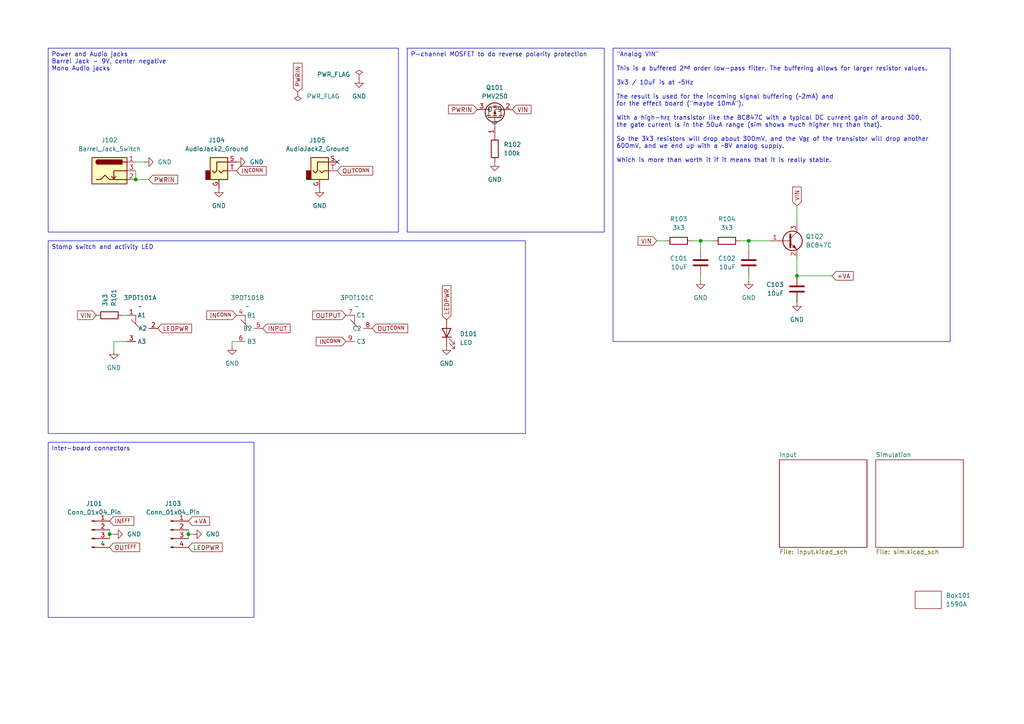
<source format=kicad_sch>
(kicad_sch (version 20250114) (generator "eeschema") (generator_version "9.0")
  (paper "A4")
  (title_block (title "Pedal Input board") (date "2025-08-18") (rev "v1.0"))
  (lib_symbols
    (symbol "Connector:Barrel_Jack_Switch" (pin_names (hide yes))
      (property "Reference" "J" (at 0 5.334 0))
      (property "Value" "Barrel_Jack_Switch" (at 0 -5.08 0))
      (symbol "Barrel_Jack_Switch_0_1"
        (rectangle (start -5.08 3.81) (end 5.08 -3.81) (stroke (width 0.254)) (fill (type background)))
        (polyline (pts (xy -3.81 -2.54) (xy -2.54 -2.54) (xy -1.27 -1.27) (xy 0 -2.54) (xy 2.54 -2.54) (xy 5.08 -2.54)) (stroke (width 0.254)))
        (arc (start -3.302 1.905) (mid -3.9343 2.54) (end -3.302 3.175) (stroke (width 0.254)))
        (arc (start -3.302 1.905) (mid -3.9343 2.54) (end -3.302 3.175) (stroke (width 0.254)) (fill (type outline)))
        (polyline (pts (xy 1.27 -2.286) (xy 1.905 -1.651)) (stroke (width 0.254)))
        (rectangle (start 3.683 3.175) (end -3.302 1.905) (stroke (width 0.254)) (fill (type outline)))
        (polyline (pts (xy 5.08 2.54) (xy 3.81 2.54)) (stroke (width 0.254)))
        (polyline (pts (xy 5.08 0) (xy 1.27 0) (xy 1.27 -2.286) (xy 0.635 -1.651)) (stroke (width 0.254)))
      )
      (symbol "Barrel_Jack_Switch_1_1"
        (pin passive line (at 7.62 2.54 180) (length 2.54) (name "~") (number "1"))
        (pin passive line (at 7.62 0 180) (length 2.54) (name "~") (number "3"))
        (pin passive line (at 7.62 -2.54 180) (length 2.54) (name "~") (number "2"))
      )
    )
    (symbol "Connector:Conn_01x04_Pin" (pin_names (offset 1.016) (hide yes))
      (property "Reference" "J" (at 0 5.08 0))
      (property "Value" "Conn_01x04_Pin" (at 0 -7.62 0))
      (symbol "Conn_01x04_Pin_1_1"
        (rectangle (start 0.8636 2.667) (end 0 2.413) (stroke (width 0.1524)) (fill (type outline)))
        (rectangle (start 0.8636 0.127) (end 0 -0.127) (stroke (width 0.1524)) (fill (type outline)))
        (rectangle (start 0.8636 -2.413) (end 0 -2.667) (stroke (width 0.1524)) (fill (type outline)))
        (rectangle (start 0.8636 -4.953) (end 0 -5.207) (stroke (width 0.1524)) (fill (type outline)))
        (polyline (pts (xy 1.27 2.54) (xy 0.8636 2.54)) (stroke (width 0.1524)))
        (polyline (pts (xy 1.27 0) (xy 0.8636 0)) (stroke (width 0.1524)))
        (polyline (pts (xy 1.27 -2.54) (xy 0.8636 -2.54)) (stroke (width 0.1524)))
        (polyline (pts (xy 1.27 -5.08) (xy 0.8636 -5.08)) (stroke (width 0.1524)))
        (pin passive line (at 5.08 2.54 180) (length 3.81) (name "Pin_1") (number "1"))
        (pin passive line (at 5.08 0 180) (length 3.81) (name "Pin_2") (number "2"))
        (pin passive line (at 5.08 -2.54 180) (length 3.81) (name "Pin_3") (number "3"))
        (pin passive line (at 5.08 -5.08 180) (length 3.81) (name "Pin_4") (number "4"))
      )
    )
    (symbol "Connector_Audio:AudioJack2_Ground"
      (property "Reference" "J" (at 0 8.89 0))
      (property "Value" "AudioJack2_Ground" (at 0 6.35 0))
      (symbol "AudioJack2_Ground_0_1"
        (rectangle (start -2.54 -2.54) (end -3.81 0) (stroke (width 0.254)) (fill (type outline)))
        (polyline (pts (xy 0 0) (xy 0.635 -0.635) (xy 1.27 0) (xy 2.54 0)) (stroke (width 0.254)))
        (rectangle (start 2.54 3.81) (end -2.54 -2.54) (stroke (width 0.254)) (fill (type background)))
        (polyline (pts (xy 2.54 2.54) (xy -0.635 2.54) (xy -0.635 0) (xy -1.27 -0.635) (xy -1.905 0)) (stroke (width 0.254)))
      )
      (symbol "AudioJack2_Ground_1_1"
        (pin passive line (at 0 -5.08 90) (length 2.54) (name "~") (number "G"))
        (pin passive line (at 5.08 2.54 180) (length 2.54) (name "~") (number "S"))
        (pin passive line (at 5.08 0 180) (length 2.54) (name "~") (number "T"))
      )
    )
    (symbol "Device:C" (pin_numbers (hide yes)) (pin_names (offset 0.254))
      (property "Reference" "C" (at 0.635 2.54 0))
      (property "Value" "C" (at 0.635 -2.54 0))
      (symbol "C_0_1"
        (polyline (pts (xy -2.032 0.762) (xy 2.032 0.762)) (stroke (width 0.508)))
        (polyline (pts (xy -2.032 -0.762) (xy 2.032 -0.762)) (stroke (width 0.508)))
      )
      (symbol "C_1_1"
        (pin passive line (at 0 3.81 270) (length 2.794) (name "~") (number "1"))
        (pin passive line (at 0 -3.81 90) (length 2.794) (name "~") (number "2"))
      )
    )
    (symbol "Device:LED" (pin_numbers (hide yes)) (pin_names (offset 1.016) (hide yes))
      (property "Reference" "D" (at 0 2.54 0))
      (property "Value" "LED" (at 0 -2.54 0))
      (symbol "LED_0_1"
        (polyline (pts (xy -3.048 -0.762) (xy -4.572 -2.286) (xy -3.81 -2.286) (xy -4.572 -2.286) (xy -4.572 -1.524)))
        (polyline (pts (xy -1.778 -0.762) (xy -3.302 -2.286) (xy -2.54 -2.286) (xy -3.302 -2.286) (xy -3.302 -1.524)))
        (polyline (pts (xy -1.27 0) (xy 1.27 0)))
        (polyline (pts (xy -1.27 -1.27) (xy -1.27 1.27)) (stroke (width 0.254)))
        (polyline (pts (xy 1.27 -1.27) (xy 1.27 1.27) (xy -1.27 0) (xy 1.27 -1.27)) (stroke (width 0.254)))
      )
      (symbol "LED_1_1"
        (pin passive line (at -3.81 0 0) (length 2.54) (name "K") (number "1"))
        (pin passive line (at 3.81 0 180) (length 2.54) (name "A") (number "2"))
      )
    )
    (symbol "Device:R" (pin_numbers (hide yes)) (pin_names (offset 0))
      (property "Reference" "R" (at 2.032 0 90))
      (property "Value" "R" (at 0 0 90))
      (symbol "R_0_1"
        (rectangle (start -1.016 -2.54) (end 1.016 2.54) (stroke (width 0.254)))
      )
      (symbol "R_1_1"
        (pin passive line (at 0 3.81 270) (length 1.27) (name "~") (number "1"))
        (pin passive line (at 0 -3.81 90) (length 1.27) (name "~") (number "2"))
      )
    )
    (symbol "Mylib:3PDT"
      (property "Reference" "3PDT" (at 0 0 0))
      (symbol "3PDT_0_1"
        (polyline (pts (xy 0 -3.81) (xy 0 -6.35)))
        (polyline (pts (xy 1.27 -7.62) (xy -1.27 -5.08)))
      )
      (symbol "3PDT_1_1"
        (pin passive line (at -2.54 -3.81 0) (length 2.54) (name "A1") (number "1"))
        (pin passive line (at -2.54 -11.43 0) (length 2.54) (name "A3") (number "3"))
        (pin passive line (at 6.35 -7.62 180) (length 2.54) (name "A2") (number "2"))
      )
      (symbol "3PDT_2_1"
        (pin passive line (at -2.54 -3.81 0) (length 2.54) (name "B1") (number "4"))
        (pin passive line (at -2.54 -11.43 0) (length 2.54) (name "B3") (number "6"))
        (pin passive line (at 5.08 -7.62 180) (length 2.54) (name "B2") (number "5"))
      )
      (symbol "3PDT_3_1"
        (pin passive line (at -2.54 -3.81 0) (length 2.54) (name "C1") (number "7"))
        (pin passive line (at -2.54 -11.43 0) (length 2.54) (name "C3") (number "9"))
        (pin passive line (at 5.08 -7.62 180) (length 2.54) (name "C2") (number "8"))
      )
    )
    (symbol "Mylib:BC847C" (pin_names (offset 0) (hide yes))
      (property "Reference" "Q" (at 5.08 1.905 0))
      (property "Value" "BC847C" (at 5.08 0 0))
      (symbol "BC847C_0_1"
        (polyline (pts (xy -2.54 0) (xy 0.635 0)))
        (polyline (pts (xy 0.635 1.905) (xy 0.635 -1.905)) (stroke (width 0.508)))
        (circle (center 1.27 0) (radius 2.8194) (stroke (width 0.254)))
      )
      (symbol "BC847C_1_1"
        (polyline (pts (xy 0.635 0.635) (xy 2.54 2.54)))
        (polyline (pts (xy 0.635 -0.635) (xy 2.54 -2.54)))
        (polyline (pts (xy 1.27 -1.778) (xy 1.778 -1.27) (xy 2.286 -2.286) (xy 1.27 -1.778)) (fill (type outline)))
        (pin input line (at -5.08 0 0) (length 2.54) (name "B") (number "1"))
        (pin passive line (at 2.54 5.08 270) (length 2.54) (name "C") (number "3"))
        (pin passive line (at 2.54 -5.08 90) (length 2.54) (name "E") (number "2"))
      )
    )
    (symbol "Mylib:Enclosure_1590A" (exclude_from_sim yes)
      (property "Reference" "Box" (at 0 0 0))
      (property "Value" "1590A" (at 0 -2.54 0))
      (symbol "Enclosure_1590A_0_1"
        (rectangle (start -3.81 1.27) (end 3.81 -3.81))
      )
    )
    (symbol "Mylib:PMV250EPEAR"
      (property "Reference" "Q" (at 0 4.572 0))
      (property "Value" "PMV250" (at 0 6.604 0))
      (symbol "PMV250EPEAR_0_1"
        (polyline (pts (xy -2.54 0) (xy -1.778 0)))
        (polyline (pts (xy -2.286 -1.778) (xy -1.27 -1.778)) (stroke (width 0.254)))
        (polyline (pts (xy -1.905 -2.286) (xy 1.905 -2.286)) (stroke (width 0.254)))
        (circle (center -1.778 0) (radius 0.254) (fill (type outline)))
        (polyline (pts (xy -1.778 -1.778) (xy -1.778 0.762) (xy 1.778 0.762) (xy 1.778 -1.778)))
        (polyline (pts (xy -0.508 -1.778) (xy 0.508 -1.778)) (stroke (width 0.254)))
        (polyline (pts (xy 0 -0.254) (xy -0.381 -1.27) (xy 0.381 -1.27) (xy 0 -0.254)) (fill (type outline)))
        (circle (center 0 -0.889) (radius 2.794) (stroke (width 0.254)))
        (polyline (pts (xy 0 -2.286) (xy 0 -5.08)))
        (polyline (pts (xy 0.381 0.762) (xy -0.254 0.381) (xy -0.254 1.143) (xy 0.381 0.762)))
        (polyline (pts (xy 0.508 0.254) (xy 0.381 0.381) (xy 0.381 1.143) (xy 0.254 1.27)))
        (polyline (pts (xy 1.27 -1.778) (xy 2.286 -1.778)) (stroke (width 0.254)))
        (circle (center 1.778 0) (radius 0.254) (fill (type outline)))
        (polyline (pts (xy 2.54 0) (xy 0 0) (xy 0 -1.778)))
      )
      (symbol "PMV250EPEAR_1_1"
        (pin passive line (at -5.08 0 0) (length 2.54) (name "D") (number "3"))
        (pin input line (at 0 -7.62 90) (length 2.54) (name "G") (number "1"))
        (pin passive line (at 5.08 0 180) (length 2.54) (name "S") (number "2"))
      )
    )
    (symbol "power:GND" (power) (pin_numbers (hide yes)) (pin_names (offset 0) (hide yes))
      (property "Value" "GND" (at 0 -3.81 0))
      (symbol "GND_0_1"
        (polyline (pts (xy 0 0) (xy 0 -1.27) (xy 1.27 -1.27) (xy 0 -2.54) (xy -1.27 -1.27) (xy 0 -1.27)))
      )
      (symbol "GND_1_1"
        (pin power_in line (at 0 0 270) (length 0) (name "~") (number "1"))
      )
    )
    (symbol "power:PWR_FLAG" (power) (pin_numbers (hide yes)) (pin_names (offset 0) (hide yes))
      (property "Value" "PWR_FLAG" (at 0 3.81 0))
      (symbol "PWR_FLAG_0_0"
        (pin power_out line (at 0 0 90) (length 0) (name "~") (number "1"))
      )
      (symbol "PWR_FLAG_0_1"
        (polyline (pts (xy 0 0) (xy 0 1.27) (xy -1.016 1.905) (xy 0 2.54) (xy 1.016 1.905) (xy 0 1.27)))
      )
    )
  )
  (text_box "Power and Audio jacks\nBarrel Jack - 9V, center negative\nMono Audio jacks" (at 13.97 13.97 0) (size 101.6 53.34) (margins 0.9525 0.9525 0.9525 0.9525) (effects (font (size 1.27 1.27)) (justify left top)))
  (text_box "Stomp switch and activity LED" (at 13.97 69.85 0) (size 138.43 55.88) (margins 0.9525 0.9525 0.9525 0.9525) (effects (font (size 1.27 1.27)) (justify left top)))
  (text_box "P-channel MOSFET to do reverse polarity protection" (at 118.11 13.97 0) (size 57.15 53.34) (margins 0.9525 0.9525 0.9525 0.9525) (effects (font (size 1.27 1.27)) (justify left top)))
  (text_box "\"Analog VIN\"\n\nThis is a buffered 2^{nd} order low-pass filter. The buffering allows for larger resistor values.\n\n3k3 / 10uF is at ~5Hz\n\nThe result is used for the incoming signal buffering (~2mA) and\nfor the effect board (\"maybe 10mA\").\n\nWith a high-h_{FE} transistor like the BC847C with a typical DC current gain of around 300,\nthe gate current is in the 50uA range (sim shows much higher h_{FE} than that).\n\nSo the 3k3 resistors will drop about 300mV, and the V_{BE} of the transistor will drop another 600mV, and we end up with a ~8V analog supply. \n\nWhich is more than worth it if it means that it is really stable." (at 177.8 13.97 0) (size 97.79 85.09) (margins 0.9525 0.9525 0.9525 0.9525) (effects (font (size 1.27 1.27)) (justify left top)))
  (text_box "Inter-board connectors" (at 13.97 128.27 0) (size 59.69 50.8) (margins 0.9525 0.9525 0.9525 0.9525) (effects (font (size 1.27 1.27)) (justify left top)))
  (junction (at 231.14 80.01))
  (junction (at 203.2 69.85))
  (junction (at 54.61 154.94))
  (junction (at 31.75 154.94))
  (junction (at 217.17 69.85))
  (junction (at 39.37 52.07))
  (no_connect (at 97.79 46.99))
  (wire (pts (xy 217.17 69.85) (xy 217.17 72.39)))
  (wire (pts (xy 31.75 153.67) (xy 31.75 154.94)))
  (wire (pts (xy 241.3 80.01) (xy 231.14 80.01)))
  (wire (pts (xy 217.17 69.85) (xy 223.52 69.85)))
  (wire (pts (xy 31.75 154.94) (xy 33.02 154.94)))
  (wire (pts (xy 203.2 69.85) (xy 207.01 69.85)))
  (wire (pts (xy 54.61 154.94) (xy 55.88 154.94)))
  (wire (pts (xy 231.14 74.93) (xy 231.14 80.01)))
  (wire (pts (xy 54.61 154.94) (xy 54.61 156.21)))
  (wire (pts (xy 35.56 91.44) (xy 36.83 91.44)))
  (wire (pts (xy 33.02 101.6) (xy 33.02 99.06)))
  (wire (pts (xy 67.31 99.06) (xy 68.58 99.06)))
  (wire (pts (xy 33.02 99.06) (xy 36.83 99.06)))
  (wire (pts (xy 190.5 69.85) (xy 193.04 69.85)))
  (wire (pts (xy 231.14 59.69) (xy 231.14 64.77)))
  (wire (pts (xy 39.37 52.07) (xy 43.18 52.07)))
  (wire (pts (xy 214.63 69.85) (xy 217.17 69.85)))
  (wire (pts (xy 39.37 46.99) (xy 41.91 46.99)))
  (wire (pts (xy 39.37 49.53) (xy 39.37 52.07)))
  (wire (pts (xy 200.66 69.85) (xy 203.2 69.85)))
  (wire (pts (xy 54.61 153.67) (xy 54.61 154.94)))
  (wire (pts (xy 203.2 69.85) (xy 203.2 72.39)))
  (wire (pts (xy 67.31 100.33) (xy 67.31 99.06)))
  (wire (pts (xy 217.17 80.01) (xy 217.17 81.28)))
  (wire (pts (xy 203.2 80.01) (xy 203.2 81.28)))
  (wire (pts (xy 31.75 154.94) (xy 31.75 156.21)))
  (global_label "IN^{CONN}" (shape input) (at 68.58 91.44 180) (property "Intersheetrefs" "${INTERSHEET_REFS}" (effects (hide yes))))
  (global_label "VIN" (shape input) (at 190.5 69.85 180) (property "Intersheetrefs" "${INTERSHEET_REFS}" (effects (hide yes))))
  (global_label "INPUT" (shape input) (at 76.2 95.25 0) (property "Intersheetrefs" "${INTERSHEET_REFS}" (effects (hide yes))))
  (global_label "IN^{EFF}" (shape input) (at 31.75 151.13 0) (property "Intersheetrefs" "${INTERSHEET_REFS}" (effects (hide yes))))
  (global_label "LEDPWR" (shape input) (at 129.54 92.71 90) (property "Intersheetrefs" "${INTERSHEET_REFS}" (effects (hide yes))))
  (global_label "LEDPWR" (shape input) (at 54.61 158.75 0) (property "Intersheetrefs" "${INTERSHEET_REFS}" (effects (hide yes))))
  (global_label "OUT^{CONN}" (shape input) (at 97.79 49.53 0) (property "Intersheetrefs" "${INTERSHEET_REFS}" (effects (hide yes))))
  (global_label "+VA" (shape input) (at 54.61 151.13 0) (property "Intersheetrefs" "${INTERSHEET_REFS}" (effects (hide yes))))
  (global_label "IN^{CONN}" (shape input) (at 100.33 99.06 180) (property "Intersheetrefs" "${INTERSHEET_REFS}" (effects (hide yes))))
  (global_label "VIN" (shape input) (at 148.59 31.75 0) (property "Intersheetrefs" "${INTERSHEET_REFS}" (effects (hide yes))))
  (global_label "OUT^{CONN}" (shape input) (at 107.95 95.25 0) (property "Intersheetrefs" "${INTERSHEET_REFS}" (effects (hide yes))))
  (global_label "IN^{CONN}" (shape input) (at 68.58 49.53 0) (property "Intersheetrefs" "${INTERSHEET_REFS}" (effects (hide yes))))
  (global_label "OUT^{EFF}" (shape input) (at 31.75 158.75 0) (property "Intersheetrefs" "${INTERSHEET_REFS}" (effects (hide yes))))
  (global_label "LEDPWR" (shape input) (at 45.72 95.25 0) (property "Intersheetrefs" "${INTERSHEET_REFS}" (effects (hide yes))))
  (global_label "PWRIN" (shape input) (at 86.36 26.67 90) (property "Intersheetrefs" "${INTERSHEET_REFS}" (effects (hide yes))))
  (global_label "VIN" (shape input) (at 231.14 59.69 90) (property "Intersheetrefs" "${INTERSHEET_REFS}" (effects (hide yes))))
  (global_label "VIN" (shape input) (at 27.94 91.44 180) (property "Intersheetrefs" "${INTERSHEET_REFS}" (effects (hide yes))))
  (global_label "PWRIN" (shape input) (at 43.18 52.07 0) (property "Intersheetrefs" "${INTERSHEET_REFS}" (effects (hide yes))))
  (global_label "PWRIN" (shape input) (at 138.43 31.75 180) (property "Intersheetrefs" "${INTERSHEET_REFS}" (effects (hide yes))))
  (global_label "OUTPUT" (shape input) (at 100.33 91.44 180) (property "Intersheetrefs" "${INTERSHEET_REFS}" (effects (hide yes))))
  (global_label "+VA" (shape input) (at 241.3 80.01 0) (property "Intersheetrefs" "${INTERSHEET_REFS}" (effects (hide yes))))
  (symbol (lib_id "Mylib:PMV250EPEAR") (at 143.51 31.75 0) (unit 1)
    (property "Reference" "Q101" (at 143.51 25.4 0))
    (property "Value" "PMV250" (at 143.51 27.94 0))
    (property "Footprint" "Package_TO_SOT_SMD:SOT-23-3" (effects (hide yes)))
    (property "Datasheet" "https://assets.nexperia.com/documents/data-sheet/PMV250EPEA.pdf" (effects (hide yes)))
    (property "Description" "P-channel enhancement mode FET" (effects (hide yes)))
    (property "Sim.Library" "spice/PMV250EPEA.lib" (effects (hide yes)))
    (property "Sim.Name" "PMV250" (effects (hide yes)))
    (property "Sim.Device" "SUBCKT" (effects (hide yes)))
    (property "Sim.Pins" "1=GATE 2=SOURCE 3=DRAIN" (effects (hide yes)))
  )
  (symbol (lib_id "Mylib:3PDT") (at 102.87 87.63 0) (unit 3) (exclude_from_sim yes)
    (property "Reference" "3PDT101" (at 103.505 86.36 0))
    (property "Value" "~" (at 103.505 88.9 0))
    (property "Footprint" "Mylib:3PDT-Stomp-Switch" (effects (hide yes)))
  )
  (symbol (lib_id "Connector_Audio:AudioJack2_Ground") (at 63.5 49.53 0) (unit 1) (exclude_from_sim yes)
    (property "Reference" "J104" (at 62.865 40.64 0))
    (property "Value" "AudioJack2_Ground" (at 62.865 43.18 0))
    (property "Footprint" "Mylib:CK-6.35" (effects (hide yes)))
    (property "Description" "Audio Jack, 2 Poles (Mono / TS), Grounded Sleeve" (effects (hide yes)))
  )
  (symbol (lib_id "power:GND") (at 68.58 46.99 90) (unit 1)
    (property "Reference" "#PWR0107" (effects (hide yes)))
    (property "Value" "GND" (at 72.39 46.9899 90) (effects (justify right)))
    (property "Description" "Power symbol creates a global label with name \"GND\" , ground" (effects (hide yes)))
  )
  (symbol (lib_id "power:GND") (at 203.2 81.28 0) (unit 1)
    (property "Reference" "#PWR0112" (effects (hide yes)))
    (property "Value" "GND" (at 203.2 86.36 0))
    (property "Description" "Power symbol creates a global label with name \"GND\" , ground" (effects (hide yes)))
  )
  (symbol (lib_id "Mylib:Enclosure_1590A") (at 269.24 172.72 0) (unit 1) (exclude_from_sim yes)
    (property "Reference" "Box101" (at 274.32 172.7199 0) (effects (justify left)))
    (property "Value" "1590A" (at 274.32 175.2599 0) (effects (justify left)))
    (property "Footprint" "Mylib:1590A" (effects (hide yes)))
    (property "Datasheet" "https://www.hammfg.com/files/parts/pdf/1590A.pdf" (effects (hide yes)))
    (property "Description" "Guitar pedal enclosure" (effects (hide yes)))
  )
  (symbol (lib_id "Device:R") (at 196.85 69.85 90) (unit 1)
    (property "Reference" "R103" (at 196.85 63.5 90))
    (property "Value" "3k3" (at 196.85 66.04 90))
    (property "Footprint" "Resistor_SMD:R_0805_2012Metric" (effects (hide yes)))
    (property "Description" "Resistor" (effects (hide yes)))
  )
  (symbol (lib_id "power:GND") (at 67.31 100.33 0) (unit 1)
    (property "Reference" "#PWR0106" (effects (hide yes)))
    (property "Value" "GND" (at 67.31 105.41 0))
    (property "Description" "Power symbol creates a global label with name \"GND\" , ground" (effects (hide yes)))
  )
  (symbol (lib_id "Connector:Barrel_Jack_Switch") (at 31.75 49.53 0) (unit 1) (exclude_from_sim yes)
    (property "Reference" "J102" (at 31.75 40.64 0))
    (property "Value" "Barrel_Jack_Switch" (at 31.75 43.18 0))
    (property "Footprint" "Mylib:Wurth WR-DC 2.1mm Power Jack" (effects (hide yes)))
    (property "Description" "DC Barrel Jack with an internal switch" (effects (hide yes)))
  )
  (symbol (lib_id "Mylib:3PDT") (at 71.12 87.63 0) (unit 2) (exclude_from_sim yes)
    (property "Reference" "3PDT101" (at 71.755 86.36 0))
    (property "Value" "~" (at 71.755 88.9 0))
    (property "Footprint" "Mylib:3PDT-Stomp-Switch" (effects (hide yes)))
  )
  (symbol (lib_id "power:PWR_FLAG") (at 86.36 26.67 180) (unit 1)
    (property "Reference" "#FLG0101" (effects (hide yes)))
    (property "Value" "PWR_FLAG" (at 88.9 27.9399 0) (effects (justify right)))
    (property "Description" "Special symbol for telling ERC where power comes from" (effects (hide yes)))
  )
  (symbol (lib_id "power:GND") (at 92.71 54.61 0) (unit 1)
    (property "Reference" "#PWR0108" (effects (hide yes)))
    (property "Value" "GND" (at 92.71 59.69 0))
    (property "Description" "Power symbol creates a global label with name \"GND\" , ground" (effects (hide yes)))
  )
  (symbol (lib_id "power:GND") (at 129.54 100.33 0) (unit 1)
    (property "Reference" "#PWR0110" (effects (hide yes)))
    (property "Value" "GND" (at 129.54 105.41 0))
    (property "Description" "Power symbol creates a global label with name \"GND\" , ground" (effects (hide yes)))
  )
  (symbol (lib_id "power:GND") (at 104.14 22.86 0) (unit 1)
    (property "Reference" "#PWR0109" (effects (hide yes)))
    (property "Value" "GND" (at 104.14 27.94 0))
    (property "Description" "Power symbol creates a global label with name \"GND\" , ground" (effects (hide yes)))
  )
  (symbol (lib_id "power:GND") (at 231.14 87.63 0) (unit 1)
    (property "Reference" "#PWR0114" (effects (hide yes)))
    (property "Value" "GND" (at 231.14 92.71 0))
    (property "Description" "Power symbol creates a global label with name \"GND\" , ground" (effects (hide yes)))
  )
  (symbol (lib_id "power:GND") (at 33.02 101.6 0) (unit 1)
    (property "Reference" "#PWR0101" (effects (hide yes)))
    (property "Value" "GND" (at 33.02 106.68 0))
    (property "Description" "Power symbol creates a global label with name \"GND\" , ground" (effects (hide yes)))
  )
  (symbol (lib_id "Mylib:BC847C") (at 228.6 69.85 0) (unit 1)
    (property "Reference" "Q102" (at 233.68 68.5799 0) (effects (justify left)))
    (property "Value" "BC847C" (at 233.68 71.1199 0) (effects (justify left)))
    (property "Footprint" "Package_TO_SOT_SMD:SOT-23" (effects (hide yes)))
    (property "Datasheet" "https://www.diodes.com/datasheet/download/BC847C.pdf" (effects (hide yes)))
    (property "Description" "0.1A Ic, 45V Vce, NPN Transistor, SOT-23" (effects (hide yes)))
    (property "Sim.Library" "spice/BC847C.lib" (effects (hide yes)))
    (property "Sim.Name" "BC847C" (effects (hide yes)))
    (property "Sim.Device" "SUBCKT" (effects (hide yes)))
    (property "Sim.Pins" "1=B 2=E 3=C" (effects (hide yes)))
  )
  (symbol (lib_id "Device:C") (at 231.14 83.82 0) (mirror y) (unit 1)
    (property "Reference" "C103" (at 227.33 82.5499 0) (effects (justify left)))
    (property "Value" "10uF" (at 227.33 85.0899 0) (effects (justify left)))
    (property "Footprint" "Capacitor_SMD:C_1206_3216Metric" (effects (hide yes)))
    (property "Description" "Unpolarized capacitor" (effects (hide yes)))
  )
  (symbol (lib_id "Device:C") (at 217.17 76.2 0) (mirror y) (unit 1)
    (property "Reference" "C102" (at 213.36 74.9299 0) (effects (justify left)))
    (property "Value" "10uF" (at 213.36 77.4699 0) (effects (justify left)))
    (property "Footprint" "Capacitor_SMD:C_1206_3216Metric" (effects (hide yes)))
    (property "Description" "Unpolarized capacitor" (effects (hide yes)))
  )
  (symbol (lib_id "power:GND") (at 55.88 154.94 90) (unit 1)
    (property "Reference" "#PWR0104" (effects (hide yes)))
    (property "Value" "GND" (at 59.69 154.9399 90) (effects (justify right)))
    (property "Description" "Power symbol creates a global label with name \"GND\" , ground" (effects (hide yes)))
  )
  (symbol (lib_id "Connector:Conn_01x04_Pin") (at 49.53 153.67 0) (unit 1) (exclude_from_sim yes)
    (property "Reference" "J103" (at 50.165 146.05 0))
    (property "Value" "Conn_01x04_Pin" (at 50.165 148.59 0))
    (property "Footprint" "Connector_PinSocket_2.54mm:PinSocket_1x04_P2.54mm_Vertical" (effects (hide yes)))
    (property "Description" "Generic connector, single row, 01x04, script generated" (effects (hide yes)))
  )
  (symbol (lib_id "Device:C") (at 203.2 76.2 0) (mirror y) (unit 1)
    (property "Reference" "C101" (at 199.39 74.9299 0) (effects (justify left)))
    (property "Value" "10uF" (at 199.39 77.4699 0) (effects (justify left)))
    (property "Footprint" "Capacitor_SMD:C_1206_3216Metric" (effects (hide yes)))
    (property "Description" "Unpolarized capacitor" (effects (hide yes)))
  )
  (symbol (lib_id "power:GND") (at 143.51 46.99 0) (unit 1)
    (property "Reference" "#PWR0111" (effects (hide yes)))
    (property "Value" "GND" (at 143.51 52.07 0))
    (property "Description" "Power symbol creates a global label with name \"GND\" , ground" (effects (hide yes)))
  )
  (symbol (lib_id "Device:R") (at 31.75 91.44 270) (mirror x) (unit 1)
    (property "Reference" "R101" (at 33.0201 88.9 0) (effects (justify left)))
    (property "Value" "3k3" (at 30.4801 88.9 0) (effects (justify left)))
    (property "Footprint" "Resistor_SMD:R_0805_2012Metric" (effects (hide yes)))
    (property "Description" "Resistor" (effects (hide yes)))
  )
  (symbol (lib_id "Device:R") (at 143.51 43.18 0) (unit 1)
    (property "Reference" "R102" (at 146.05 41.9099 0) (effects (justify left)))
    (property "Value" "100k" (at 146.05 44.4499 0) (effects (justify left)))
    (property "Footprint" "Resistor_SMD:R_0805_2012Metric" (effects (hide yes)))
    (property "Description" "Resistor" (effects (hide yes)))
  )
  (symbol (lib_id "power:GND") (at 33.02 154.94 90) (unit 1)
    (property "Reference" "#PWR0102" (effects (hide yes)))
    (property "Value" "GND" (at 36.83 154.9399 90) (effects (justify right)))
    (property "Description" "Power symbol creates a global label with name \"GND\" , ground" (effects (hide yes)))
  )
  (symbol (lib_id "Connector:Conn_01x04_Pin") (at 26.67 153.67 0) (unit 1) (exclude_from_sim yes)
    (property "Reference" "J101" (at 27.305 146.05 0))
    (property "Value" "Conn_01x04_Pin" (at 27.305 148.59 0))
    (property "Footprint" "Connector_PinSocket_2.54mm:PinSocket_1x04_P2.54mm_Vertical" (effects (hide yes)))
    (property "Description" "Generic connector, single row, 01x04, script generated" (effects (hide yes)))
  )
  (symbol (lib_id "power:PWR_FLAG") (at 104.14 22.86 0) (mirror y) (unit 1)
    (property "Reference" "#FLG0102" (effects (hide yes)))
    (property "Value" "PWR_FLAG" (at 101.6 21.5899 0) (effects (justify left)))
    (property "Description" "Special symbol for telling ERC where power comes from" (effects (hide yes)))
  )
  (symbol (lib_id "power:GND") (at 41.91 46.99 90) (unit 1)
    (property "Reference" "#PWR0103" (effects (hide yes)))
    (property "Value" "GND" (at 45.72 46.9899 90) (effects (justify right)))
    (property "Description" "Power symbol creates a global label with name \"GND\" , ground" (effects (hide yes)))
  )
  (symbol (lib_id "power:GND") (at 217.17 81.28 0) (unit 1)
    (property "Reference" "#PWR0113" (effects (hide yes)))
    (property "Value" "GND" (at 217.17 86.36 0))
    (property "Description" "Power symbol creates a global label with name \"GND\" , ground" (effects (hide yes)))
  )
  (symbol (lib_id "Device:LED") (at 129.54 96.52 90) (unit 1)
    (property "Reference" "D101" (at 133.35 96.8374 90) (effects (justify right)))
    (property "Value" "LED" (at 133.35 99.3774 90) (effects (justify right)))
    (property "Footprint" "LED_THT:LED_D5.0mm" (effects (hide yes)))
    (property "Description" "Light emitting diode" (effects (hide yes)))
    (property "Sim.Pins" "1=K 2=A" (effects (hide yes)))
    (property "Sim.Device" "D" (effects (hide yes)))
    (property "Sim.Params" "bv_max=5 id_max=0.02" (effects (hide yes)))
  )
  (symbol (lib_id "Connector_Audio:AudioJack2_Ground") (at 92.71 49.53 0) (unit 1) (exclude_from_sim yes)
    (property "Reference" "J105" (at 92.075 40.64 0))
    (property "Value" "AudioJack2_Ground" (at 92.075 43.18 0))
    (property "Footprint" "Mylib:CK-6.35" (effects (hide yes)))
    (property "Description" "Audio Jack, 2 Poles (Mono / TS), Grounded Sleeve" (effects (hide yes)))
  )
  (symbol (lib_id "power:GND") (at 63.5 54.61 0) (unit 1)
    (property "Reference" "#PWR0105" (effects (hide yes)))
    (property "Value" "GND" (at 63.5 59.69 0))
    (property "Description" "Power symbol creates a global label with name \"GND\" , ground" (effects (hide yes)))
  )
  (symbol (lib_id "Device:R") (at 210.82 69.85 90) (unit 1)
    (property "Reference" "R104" (at 210.82 63.5 90))
    (property "Value" "3k3" (at 210.82 66.04 90))
    (property "Footprint" "Resistor_SMD:R_0805_2012Metric" (effects (hide yes)))
    (property "Description" "Resistor" (effects (hide yes)))
  )
  (symbol (lib_id "Mylib:3PDT") (at 39.37 87.63 0) (unit 1) (exclude_from_sim yes)
    (property "Reference" "3PDT101" (at 40.64 86.36 0))
    (property "Value" "~" (at 40.64 88.9 0))
    (property "Footprint" "Mylib:3PDT-Stomp-Switch" (effects (hide yes)))
  )
  (sheet (at 254 133.35) (size 25.4 25.4) (stroke (width 0.1524))
    (property "Sheetname" "Simulation" (at 254 132.6384 0) (effects (justify left bottom)))
    (property "Sheetfile" "sim.kicad_sch" (at 254 159.3346 0) (effects (justify left top)))
  )
  (sheet (at 226.06 133.35) (size 25.4 25.4) (stroke (width 0.1524))
    (property "Sheetname" "Input" (at 226.06 132.6384 0) (effects (justify left bottom)))
    (property "Sheetfile" "input.kicad_sch" (at 226.06 159.3346 0) (effects (justify left top)))
  )
)
</source>
